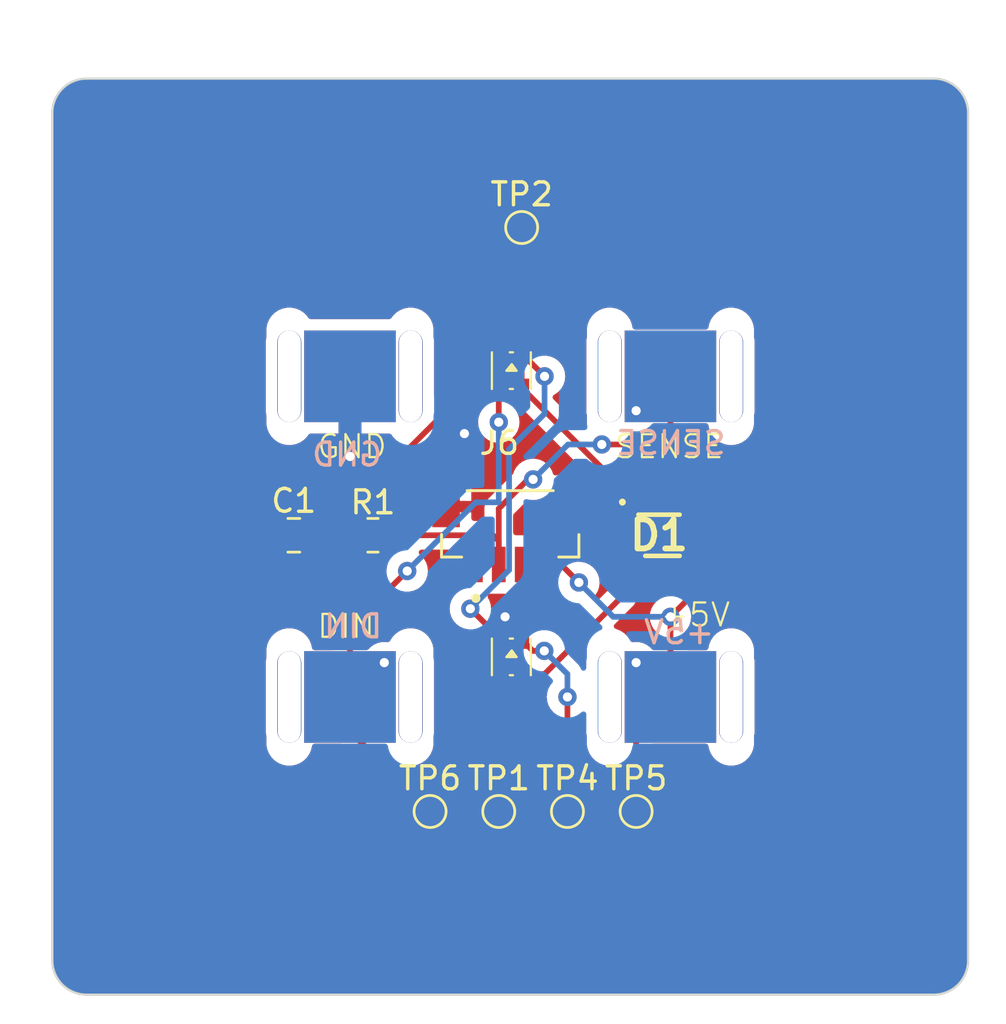
<source format=kicad_pcb>
(kicad_pcb (version 20240108) (generator "pcbnew") (generator_version "8.0")
  (title_block (title "Bottom Block PCB") (date "2024-02-10") (rev "1.0") (company "Block Party"))
  (layers (0 "F.Cu" signal) (31 "B.Cu" signal) (34 "B.Paste" user) (35 "F.Paste" user) (36 "B.SilkS" user "B.Silkscreen") (37 "F.SilkS" user "F.Silkscreen") (38 "B.Mask" user) (39 "F.Mask" user) (44 "Edge.Cuts" user))
  (net 0 "")
  (net 1 "D5V")
  (net 2 "GND")
  (net 3 "+5V")
  (net 4 "DOUT")
  (net 5 "SENSE")
  (net 6 "DIN")
  (net 7 "Net-(LED1-DI)")
  (footprint "TestPoint:TestPoint_Pad_D1.0mm" (layer "F.Cu") (at 159.2 91.06)
    (property "Reference" "TP1" (at 0 -1.448 0) (layer "F.SilkS"))
    (property "Value" "Diode5V")
    (fp_circle (center 0 0) (end 0 0.7) (stroke (width 0.12)) (fill none) (layer "F.SilkS"))
    (pad "1" smd circle (at 0 0) (size 1 1) (layers "F.Cu" "F.Mask") (net 1 "D5V"))
  )
  (footprint "TestPoint:TestPoint_Pad_D1.0mm" (layer "F.Cu") (at 162.2 91.06)
    (property "Reference" "TP4" (at 0 -1.448 0) (layer "F.SilkS"))
    (property "Value" "DO")
    (fp_circle (center 0 0) (end 0 0.7) (stroke (width 0.12)) (fill none) (layer "F.SilkS"))
    (pad "1" smd circle (at 0 0) (size 1 1) (layers "F.Cu" "F.Mask") (net 4 "DOUT"))
  )
  (footprint "TestPoint:TestPoint_Pad_D1.0mm" (layer "F.Cu") (at 165.2 91.06)
    (property "Reference" "TP5" (at 0 -1.448 0) (layer "F.SilkS"))
    (property "Value" "5V")
    (fp_circle (center 0 0) (end 0 0.7) (stroke (width 0.12)) (fill none) (layer "F.SilkS"))
    (pad "1" smd circle (at 0 0) (size 1 1) (layers "F.Cu" "F.Mask") (net 3 "+5V"))
  )
  (footprint "Quinn_lib:XL-1615RGBC-WS2812B" (layer "F.Cu") (at 159.75 84.31 -90)
    (property "Reference" "LED1" (hide yes))
    (property "Value" "~")
    (fp_line (start -0.8 0.85) (end 0.8 0.85) (stroke (width 0.1)) (layer "F.SilkS"))
    (fp_line (start -0.8 -0.07) (end -0.8 0.07) (stroke (width 0.1)) (layer "F.SilkS"))
    (fp_line (start 0.8 -0.07) (end 0.8 0.07) (stroke (width 0.1)) (layer "F.SilkS"))
    (fp_line (start -0.8 -0.85) (end 0.8 -0.85) (stroke (width 0.1)) (layer "F.SilkS"))
    (fp_poly (pts (xy -0.282535 -0.017658) (xy 0.005886 -0.22956) (xy 0.005886 0.217788)) (stroke (width 0.1)) (fill solid) (layer "F.SilkS"))
    (pad "1" smd rect (at -0.75 -0.45 270) (size 0.8 0.65) (layers "F.Cu" "F.Paste" "F.Mask") (net 4 "DOUT"))
    (pad "2" smd rect (at 0.75 -0.45 270) (size 0.8 0.65) (layers "F.Cu" "F.Paste" "F.Mask") (net 1 "D5V"))
    (pad "3" smd rect (at -0.75 0.45 270) (size 0.8 0.65) (layers "F.Cu" "F.Paste" "F.Mask") (net 2 "GND"))
    (pad "4" smd rect (at 0.75 0.45 270) (size 0.8 0.65) (layers "F.Cu" "F.Paste" "F.Mask") (net 7 "Net-(LED1-DI)"))
  )
  (footprint "Quinn_lib:XL-1615RGBC-WS2812B" (layer "F.Cu") (at 159.75 71.81 -90)
    (property "Reference" "LED2" (hide yes))
    (property "Value" "~" (hide yes))
    (fp_line (start -0.8 0.85) (end 0.8 0.85) (stroke (width 0.1)) (layer "F.SilkS"))
    (fp_line (start -0.8 -0.07) (end -0.8 0.07) (stroke (width 0.1)) (layer "F.SilkS"))
    (fp_line (start 0.8 -0.07) (end 0.8 0.07) (stroke (width 0.1)) (layer "F.SilkS"))
    (fp_line (start -0.8 -0.85) (end 0.8 -0.85) (stroke (width 0.1)) (layer "F.SilkS"))
    (fp_poly (pts (xy -0.282535 -0.017658) (xy 0.005886 -0.22956) (xy 0.005886 0.217788)) (stroke (width 0.1)) (fill solid) (layer "F.SilkS"))
    (pad "1" smd rect (at -0.75 -0.45 270) (size 0.8 0.65) (layers "F.Cu" "F.Paste" "F.Mask") (net 7 "Net-(LED1-DI)"))
    (pad "2" smd rect (at 0.75 -0.45 270) (size 0.8 0.65) (layers "F.Cu" "F.Paste" "F.Mask") (net 1 "D5V"))
    (pad "3" smd rect (at -0.75 0.45 270) (size 0.8 0.65) (layers "F.Cu" "F.Paste" "F.Mask") (net 2 "GND"))
    (pad "4" smd rect (at 0.75 0.45 270) (size 0.8 0.65) (layers "F.Cu" "F.Paste" "F.Mask") (net 6 "DIN"))
  )
  (footprint "Quinn_lib:Bottom Block Connector" (layer "F.Cu") (at 159.7 79.06)
    (property "Reference" "J5" (hide yes))
    (property "Value" "~" (hide yes))
    (fp_text user "GND" (at -8.5 -3.347092 0) (layer "F.SilkS") (effects (font (thickness 0.1)) (justify left bottom)))
    (fp_text user "+5V" (at 6.5 4 0) (layer "F.SilkS") (effects (font (thickness 0.1)) (justify left bottom)))
    (fp_text user "DIN" (at -8.5 4.5 0) (layer "F.SilkS") (effects (font (thickness 0.1)) (justify left bottom)))
    (fp_text user "SENSE" (at 4.5 -3.347092 0) (layer "F.SilkS") (effects (font (thickness 0.1)) (justify left bottom)))
    (pad "1" smd rect (at -7 -7) (size 4 4) (layers "F.Cu" "F.Paste" "F.Mask") (net 2 "GND") (clearance 0.001))
    (pad "1" smd rect (at -7 -7) (size 4 4) (layers "B.Cu" "F.Paste" "F.Mask") (net 2 "GND") (clearance 0.001))
    (pad "2" smd rect (at 7 -7) (size 4 4) (layers "F.Cu" "F.Paste" "F.Mask") (net 5 "SENSE") (clearance 0.001))
    (pad "2" smd rect (at 7 -7) (size 4 4) (layers "B.Cu" "F.Paste" "F.Mask") (net 5 "SENSE") (clearance 0.001))
    (pad "3" smd rect (at -7 7) (size 4 4) (layers "F.Cu" "F.Paste" "F.Mask") (net 6 "DIN") (clearance 0.001))
    (pad "3" smd rect (at -7 7) (size 4 4) (layers "B.Cu" "F.Paste" "F.Mask") (net 6 "DIN") (clearance 0.001))
    (pad "4" smd rect (at 7 7) (size 4 4) (layers "F.Cu" "F.Paste" "F.Mask") (net 3 "+5V") (clearance 0.001))
    (pad "4" smd rect (at 7 7) (size 4 4) (layers "B.Cu" "F.Paste" "F.Mask") (net 3 "+5V") (clearance 0.001))
    (pad "5" thru_hole oval (at -9.65 -7) (size 1.05 4) (drill oval 1 5) (layers "*.Cu" "*.Mask"))
    (pad "5" thru_hole oval (at -9.65 7) (size 1.05 4) (drill oval 1 5) (layers "*.Cu" "*.Mask"))
    (pad "5" thru_hole oval (at -4.35 -7) (size 1.05 4) (drill oval 1 5) (layers "*.Cu" "*.Mask"))
    (pad "5" thru_hole oval (at -4.35 7) (size 1.05 4) (drill oval 1 5) (layers "*.Cu" "*.Mask"))
    (pad "5" thru_hole oval (at 4.35 -7) (size 1.05 4) (drill oval 1 5) (layers "*.Cu" "*.Mask"))
    (pad "5" thru_hole oval (at 4.35 7) (size 1.05 4) (drill oval 1 5) (layers "*.Cu" "*.Mask"))
    (pad "5" thru_hole oval (at 9.65 -7) (size 1.05 4) (drill oval 1 5) (layers "*.Cu" "*.Mask"))
    (pad "5" thru_hole oval (at 9.65 7) (size 1.05 4) (drill oval 1 5) (layers "*.Cu" "*.Mask"))
  )
  (footprint "Capacitor_SMD:C_0805_2012Metric" (layer "F.Cu") (at 150.25 79 180)
    (property "Reference" "C1" (at 0.00451 1.50451 180) (layer "F.SilkS"))
    (property "Value" "3.3uF")
    (fp_line (start -0.261252 0.735) (end 0.261252 0.735) (stroke (width 0.12)) (layer "F.SilkS"))
    (fp_line (start -0.261252 -0.735) (end 0.261252 -0.735) (stroke (width 0.12)) (layer "F.SilkS"))
    (pad "1" smd roundrect (at -0.95 0 180) (size 1 1.45) (layers "F.Cu" "F.Paste" "F.Mask") (net 1 "D5V"))
    (pad "2" smd roundrect (at 0.95 0 180) (size 1 1.45) (layers "F.Cu" "F.Paste" "F.Mask") (net 2 "GND"))
  )
  (footprint "adafruit-jst-4328:ADAFRUIT_4328" (layer "F.Cu") (at 159.7 78.5)
    (property "Reference" "J6" (at -0.475 -3.535 0) (layer "F.SilkS"))
    (property "Value" "YTC-A1001LF-04A")
    (fp_line (start -3 1.45) (end -3 0.47) (stroke (width 0.127)) (layer "F.SilkS"))
    (fp_line (start -2.12 1.45) (end -3 1.45) (stroke (width 0.127)) (layer "F.SilkS"))
    (fp_line (start -1.88 -1.45) (end 1.88 -1.45) (stroke (width 0.127)) (layer "F.SilkS"))
    (fp_line (start 3 1.45) (end 2.12 1.45) (stroke (width 0.127)) (layer "F.SilkS"))
    (fp_line (start 3 1.45) (end 3 0.47) (stroke (width 0.127)) (layer "F.SilkS"))
    (fp_circle (center -1.5 3.25) (end -1.4 3.25) (stroke (width 0.2)) (fill none) (layer "F.SilkS"))
    (pad "1" smd rect (at -1.5 1.775) (size 0.6 1.55) (layers "F.Cu" "F.Paste" "F.Mask") (net 2 "GND"))
    (pad "2" smd rect (at -0.5 1.775) (size 0.6 1.55) (layers "F.Cu" "F.Paste" "F.Mask") (net 5 "SENSE"))
    (pad "3" smd rect (at 0.5 1.775) (size 0.6 1.55) (layers "F.Cu" "F.Paste" "F.Mask") (net 4 "DOUT"))
    (pad "4" smd rect (at 1.5 1.775) (size 0.6 1.55) (layers "F.Cu" "F.Paste" "F.Mask") (net 3 "+5V"))
    (pad "SH1" smd rect (at -2.8 -0.75) (size 1.2 1.8) (layers "F.Cu" "F.Paste" "F.Mask") (net 2 "GND"))
    (pad "SH2" smd rect (at 2.8 -0.75) (size 1.2 1.8) (layers "F.Cu" "F.Paste" "F.Mask") (net 2 "GND"))
  )
  (footprint "Resistor_SMD:R_0805_2012Metric" (layer "F.Cu") (at 153.704505 79 180)
    (property "Reference" "R1" (at 0 1.44 180) (layer "F.SilkS"))
    (property "Value" "10k")
    (fp_line (start -0.227064 0.735) (end 0.227064 0.735) (stroke (width 0.12)) (layer "F.SilkS"))
    (fp_line (start -0.227064 -0.735) (end 0.227064 -0.735) (stroke (width 0.12)) (layer "F.SilkS"))
    (pad "1" smd roundrect (at -0.9125 0 180) (size 1.025 1.4) (layers "F.Cu" "F.Paste" "F.Mask") (roundrect_rratio 0.243902439) (net 5 "SENSE"))
    (pad "2" smd roundrect (at 0.9125 0 180) (size 1.025 1.4) (layers "F.Cu" "F.Paste" "F.Mask") (roundrect_rratio 0.243902439) (net 2 "GND"))
  )
  (footprint "TestPoint:TestPoint_Pad_D1.0mm" (layer "F.Cu") (at 156.2 91.06)
    (property "Reference" "TP6" (at 0 -1.448 0) (layer "F.SilkS"))
    (property "Value" "DI")
    (fp_circle (center 0 0) (end 0 0.7) (stroke (width 0.12)) (fill none) (layer "F.SilkS"))
    (pad "1" smd circle (at 0 0) (size 1 1) (layers "F.Cu" "F.Mask") (net 6 "DIN"))
  )
  (footprint "KiCad:1N4007W" (layer "F.Cu") (at 166.2 79)
    (property "Reference" "D1" (at 0 0 0) (layer "F.SilkS") (effects (font (size 1.27 1.27) (thickness 0.254))))
    (property "Value" "1N4007W" (hide yes))
    (fp_line (start -1.6 -1.5) (end -1.6 -1.5) (stroke (width 0.2)) (layer "F.SilkS"))
    (fp_line (start -1.6 -1.5) (end -1.6 -1.4) (stroke (width 0.2)) (layer "F.SilkS"))
    (fp_line (start -1.6 -1.4) (end -1.6 -1.4) (stroke (width 0.2)) (layer "F.SilkS"))
    (fp_line (start -0.9 -0.9) (end 0.9 -0.9) (stroke (width 0.2)) (layer "F.SilkS"))
    (fp_line (start -0.6 0.9) (end 0.9 0.9) (stroke (width 0.2)) (layer "F.SilkS"))
    (fp_arc (start -1.6 -1.5) (mid -1.55 -1.45) (end -1.6 -1.4) (stroke (width 0.2)) (layer "F.SilkS"))
    (fp_arc (start -1.6 -1.4) (mid -1.65 -1.45) (end -1.6 -1.5) (stroke (width 0.2)) (layer "F.SilkS"))
    (pad "1" smd rect (at -1.6 0 90) (size 1.2 1.2) (layers "F.Cu" "F.Paste" "F.Mask") (net 1 "D5V"))
    (pad "2" smd rect (at 1.6 0 90) (size 1.2 1.2) (layers "F.Cu" "F.Paste" "F.Mask") (net 3 "+5V"))
  )
  (footprint "TestPoint:TestPoint_Pad_D1.0mm" (layer "F.Cu") (at 160.2 65.56)
    (property "Reference" "TP2" (at 0 -1.448 0) (layer "F.SilkS"))
    (property "Value" "DODI")
    (fp_circle (center 0 0) (end 0 0.7) (stroke (width 0.12)) (fill none) (layer "F.SilkS"))
    (pad "1" smd circle (at 0 0) (size 1 1) (layers "F.Cu" "F.Mask") (net 7 "Net-(LED1-DI)"))
  )
  (gr_line (start 179.7 60.56) (end 179.7 97.56) (stroke (width 0.1)) (layer "Edge.Cuts"))
  (gr_arc (start 139.7 60.56) (mid 140.13934 59.49934) (end 141.2 59.06) (stroke (width 0.1)) (layer "Edge.Cuts"))
  (gr_line (start 141.2 59.06) (end 178.2 59.06) (stroke (width 0.1)) (layer "Edge.Cuts"))
  (gr_arc (start 179.7 97.56) (mid 179.26066 98.62066) (end 178.2 99.06) (stroke (width 0.1)) (layer "Edge.Cuts"))
  (gr_line (start 178.2 99.06) (end 141.2 99.06) (stroke (width 0.1)) (layer "Edge.Cuts"))
  (gr_arc (start 178.2 59.06) (mid 179.26066 59.49934) (end 179.7 60.56) (stroke (width 0.1)) (layer "Edge.Cuts"))
  (gr_arc (start 141.2 99.06) (mid 140.13934 98.62066) (end 139.7 97.56) (stroke (width 0.1)) (layer "Edge.Cuts"))
  (gr_line (start 139.7 97.56) (end 139.7 60.56) (stroke (width 0.1)) (layer "Edge.Cuts"))
  (gr_text "GND" (at 154.2 76.06 0) (layer "B.SilkS") (effects (font (size 1 1)) (justify left bottom mirror)))
  (gr_text "+5V" (at 168.7 83.82 0) (layer "B.SilkS") (effects (font (size 1 1)) (justify left bottom mirror)))
  (gr_text "SENSE" (at 169.2 75.56 0) (layer "B.SilkS") (effects (font (size 1 1)) (justify left bottom mirror)))
  (gr_text "DIN" (at 154.2 83.56 0) (layer "B.SilkS") (effects (font (size 1 1)) (justify left bottom mirror)))
  (segment (start 164.475 76.835) (end 160.2 72.56) (width 0.25) (layer "F.Cu") (net 1))
  (segment (start 164.6 79) (end 164.475 78.875) (width 0.25) (layer "F.Cu") (net 1))
  (segment (start 159.2 86.56) (end 159.2 91.06) (width 0.25) (layer "F.Cu") (net 1))
  (segment (start 160.2 71.91) (end 160.2 72.56) (width 0.25) (layer "F.Cu") (net 1))
  (segment (start 160.2 85.06) (end 161.2 85.06) (width 0.25) (layer "F.Cu") (net 1))
  (segment (start 160.2 85.56) (end 159.2 86.56) (width 0.25) (layer "F.Cu") (net 1))
  (segment (start 161.2 85.06) (end 164.6 81.66) (width 0.25) (layer "F.Cu") (net 1))
  (segment (start 160.2 85.06) (end 160.2 85.56) (width 0.25) (layer "F.Cu") (net 1))
  (segment (start 164.6 81.66) (end 164.6 79) (width 0.25) (layer "F.Cu") (net 1))
  (segment (start 154.1 76.385) (end 158.65 71.835) (width 0.25) (layer "F.Cu") (net 1))
  (segment (start 151.2 79) (end 153.815 76.385) (width 0.25) (layer "F.Cu") (net 1))
  (segment (start 153.815 76.385) (end 154.1 76.385) (width 0.25) (layer "F.Cu") (net 1))
  (segment (start 164.475 78.875) (end 164.475 76.835) (width 0.25) (layer "F.Cu") (net 1))
  (segment (start 160.125 71.835) (end 160.2 71.91) (width 0.25) (layer "F.Cu") (net 1))
  (segment (start 158.65 71.835) (end 160.125 71.835) (width 0.25) (layer "F.Cu") (net 1))
  (segment (start 159.3 82.735) (end 159.475 82.56) (width 0.25) (layer "F.Cu") (net 2))
  (segment (start 159.3 83.56) (end 159.3 82.735) (width 0.25) (layer "F.Cu") (net 2))
  (segment (start 152.7 75.56) (end 152.7 72.81) (width 1) (layer "F.Cu") (net 2))
  (via (at 159.475 82.56) (size 0.8) (drill 0.4) (layers "F.Cu" "B.Cu") (net 2))
  (via (at 152.7 75.56) (size 1) (drill 0.4) (layers "F.Cu" "B.Cu") (net 2))
  (via (at 157.7 74.56) (size 0.8) (drill 0.4) (layers "F.Cu" "B.Cu") (net 2))
  (segment (start 152.7 75.56) (end 152.7 73.185) (width 1) (layer "B.Cu") (net 2))
  (segment (start 167.8 79) (end 167.8 81.46) (width 0.25) (layer "F.Cu") (net 3))
  (segment (start 166.7 82.56) (end 166.7 86.06) (width 0.25) (layer "F.Cu") (net 3))
  (segment (start 165.2 91.06) (end 165.2 87.56) (width 0.25) (layer "F.Cu") (net 3))
  (segment (start 167.8 81.46) (end 166.7 82.56) (width 0.25) (layer "F.Cu") (net 3))
  (segment (start 161.915 80.275) (end 162.7 81.06) (width 0.25) (layer "F.Cu") (net 3))
  (segment (start 161.2 80.275) (end 161.915 80.275) (width 0.25) (layer "F.Cu") (net 3))
  (segment (start 165.2 87.56) (end 166.7 86.06) (width 0.25) (layer "F.Cu") (net 3))
  (via (at 165.2 84.56) (size 0.8) (drill 0.4) (layers "F.Cu" "B.Cu") (net 3))
  (via (at 162.7 81.06) (size 0.8) (drill 0.4) (layers "F.Cu" "B.Cu") (net 3))
  (via (at 166.7 82.56) (size 0.8) (drill 0.4) (layers "F.Cu" "B.Cu") (net 3))
  (segment (start 164.2 82.56) (end 166.7 82.56) (width 0.25) (layer "B.Cu") (net 3))
  (segment (start 162.7 81.06) (end 164.2 82.56) (width 0.25) (layer "B.Cu") (net 3))
  (segment (start 161.187347 84.047347) (end 160.687347 84.047347) (width 0.25) (layer "F.Cu") (net 4))
  (segment (start 160.2 80.585) (end 160.2 83.56) (width 0.25) (layer "F.Cu") (net 4))
  (segment (start 162.2 86.06) (end 162.2 91.06) (width 0.25) (layer "F.Cu") (net 4))
  (segment (start 160.687347 84.047347) (end 160.2 83.56) (width 0.25) (layer "F.Cu") (net 4))
  (via (at 161.187347 84.047347) (size 0.8) (drill 0.4) (layers "F.Cu" "B.Cu") (net 4))
  (via (at 162.2 86.06) (size 0.8) (drill 0.4) (layers "F.Cu" "B.Cu") (net 4))
  (segment (start 162.2 86.06) (end 162.2 85.06) (width 0.25) (layer "B.Cu") (net 4))
  (segment (start 162.2 85.06) (end 161.187347 84.047347) (width 0.25) (layer "B.Cu") (net 4))
  (segment (start 159.2 77.835) (end 159.2 80.045) (width 0.25) (layer "F.Cu") (net 5))
  (segment (start 159.2 79.25) (end 159.2 80.275) (width 0.25) (layer "F.Cu") (net 5))
  (segment (start 163.7 75.034694) (end 163.700304 75.034998) (width 0.25) (layer "F.Cu") (net 5))
  (segment (start 163.700304 75.034998) (end 165.975002 75.034998) (width 0.25) (layer "F.Cu") (net 5))
  (segment (start 158.95 79) (end 159.2 79.25) (width 0.25) (layer "F.Cu") (net 5))
  (segment (start 154.617005 79) (end 158.95 79) (width 0.25) (layer "F.Cu") (net 5))
  (segment (start 160.7 76.56) (end 160.475 76.56) (width 0.25) (layer "F.Cu") (net 5))
  (segment (start 160.475 76.56) (end 159.2 77.835) (width 0.25) (layer "F.Cu") (net 5))
  (segment (start 165.975002 75.034998) (end 166.7 74.31) (width 0.25) (layer "F.Cu") (net 5))
  (segment (start 166.7 74.31) (end 166.7 72.06) (width 0.25) (layer "F.Cu") (net 5))
  (via (at 165.2 73.56) (size 0.8) (drill 0.4) (layers "F.Cu" "B.Cu") (net 5))
  (via (at 160.7 76.56) (size 0.8) (drill 0.4) (layers "F.Cu" "B.Cu") (net 5))
  (via (at 163.7 75.034694) (size 0.8) (drill 0.4) (layers "F.Cu" "B.Cu") (net 5))
  (segment (start 162.225306 75.034694) (end 163.7 75.034694) (width 0.25) (layer "B.Cu") (net 5))
  (segment (start 160.7 76.56) (end 162.225306 75.034694) (width 0.25) (layer "B.Cu") (net 5))
  (segment (start 152.7 86.06) (end 152.7 83.06) (width 0.25) (layer "F.Cu") (net 6))
  (segment (start 159.2 74.06) (end 159.2 72.66) (width 0.25) (layer "F.Cu") (net 6))
  (segment (start 156.2 91.06) (end 152.7 87.56) (width 0.25) (layer "F.Cu") (net 6))
  (segment (start 152.7 83.06) (end 155.2 80.56) (width 0.25) (layer "F.Cu") (net 6))
  (segment (start 159.2 72.66) (end 159.3 72.56) (width 0.25) (layer "F.Cu") (net 6))
  (segment (start 152.7 87.56) (end 152.7 86.06) (width 0.25) (layer "F.Cu") (net 6))
  (via (at 159.2 74.06) (size 0.8) (drill 0.4) (layers "F.Cu" "B.Cu") (net 6))
  (via (at 154.2 84.56) (size 0.8) (drill 0.4) (layers "F.Cu" "B.Cu") (net 6))
  (via (at 155.2 80.56) (size 0.8) (drill 0.4) (layers "F.Cu" "B.Cu") (net 6))
  (segment (start 159.2 77.56) (end 159.2 74.06) (width 0.25) (layer "B.Cu") (net 6))
  (segment (start 158.2 77.56) (end 159.2 77.56) (width 0.25) (layer "B.Cu") (net 6))
  (segment (start 155.2 80.56) (end 158.2 77.56) (width 0.25) (layer "B.Cu") (net 6))
  (segment (start 157.958798 82.207567) (end 158.65 82.898769) (width 0.25) (layer "F.Cu") (net 7))
  (segment (start 160.2 65.56) (end 160.2 71.06) (width 0.25) (layer "F.Cu") (net 7))
  (segment (start 158.65 82.898769) (end 158.65 84.41) (width 0.25) (layer "F.Cu") (net 7))
  (segment (start 158.65 84.41) (end 159.3 85.06) (width 0.25) (layer "F.Cu") (net 7))
  (segment (start 161.2 72.06) (end 160.2 71.06) (width 0.25) (layer "F.Cu") (net 7))
  (via (at 161.2 72.06) (size 0.8) (drill 0.4) (layers "F.Cu" "B.Cu") (net 7))
  (via (at 157.958798 82.207567) (size 0.8) (drill 0.4) (layers "F.Cu" "B.Cu") (net 7))
  (segment (start 157.958798 82.207567) (end 159.65 80.516365) (width 0.25) (layer "B.Cu") (net 7))
  (segment (start 159.65 75.246396) (end 161.2 73.696396) (width 0.25) (layer "B.Cu") (net 7))
  (segment (start 161.2 73.696396) (end 161.2 72.06) (width 0.25) (layer "B.Cu") (net 7))
  (segment (start 159.65 80.516365) (end 159.65 75.246396) (width 0.25) (layer "B.Cu") (net 7))
  (zone (net 2) (net_name "GND") (layers "F&B.Cu") (connect_pads (clearance 0.5)) (min_thickness 0.25) (fill yes (thermal_gap 0.5) (thermal_bridge_width 0.5))
    (polygon (pts (xy 137.414 55.626) (xy 181.356 55.626) (xy 181.356 100.33) (xy 137.414 100.33)))
  )
)
</source>
